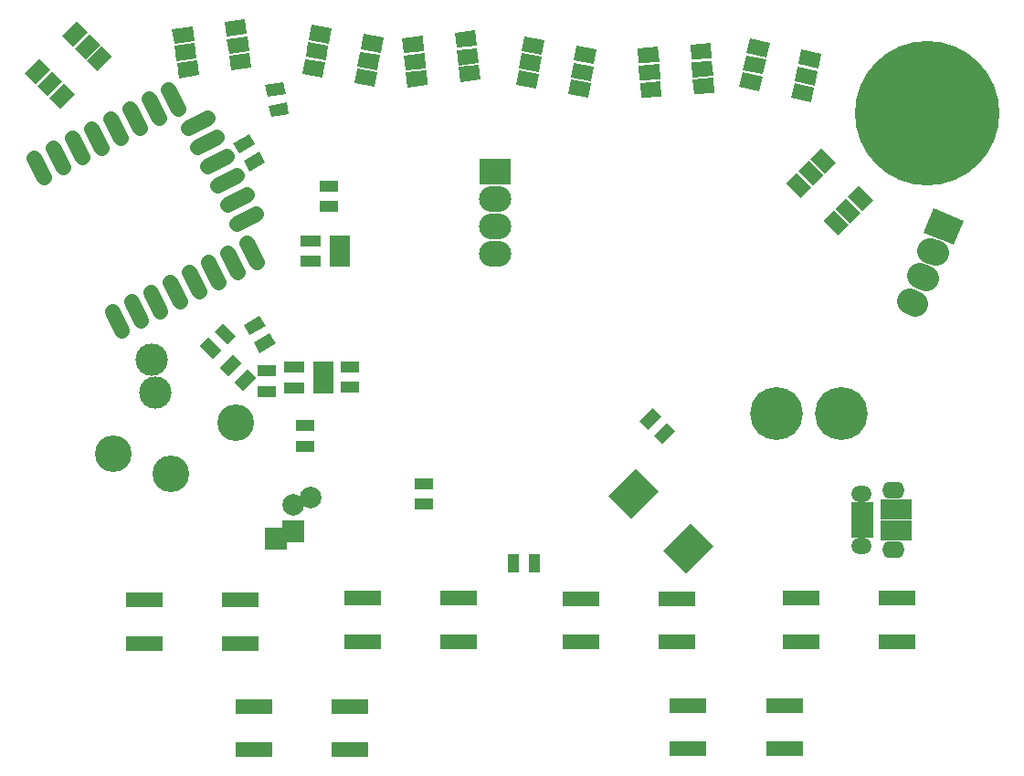
<source format=gts>
G04 #@! TF.FileFunction,Soldermask,Top*
%FSLAX46Y46*%
G04 Gerber Fmt 4.6, Leading zero omitted, Abs format (unit mm)*
G04 Created by KiCad (PCBNEW 4.0.7-e2-6376~58~ubuntu16.04.1) date Tue Mar 27 00:42:42 2018*
%MOMM*%
%LPD*%
G01*
G04 APERTURE LIST*
%ADD10C,0.100000*%
%ADD11R,1.700000X1.100000*%
%ADD12C,1.400000*%
%ADD13C,3.400000*%
%ADD14C,3.000000*%
%ADD15C,2.400000*%
%ADD16R,2.000000X2.000000*%
%ADD17C,2.000000*%
%ADD18R,1.100000X1.700000*%
%ADD19R,1.960000X1.050000*%
%ADD20R,3.500000X1.400000*%
%ADD21C,4.900000*%
%ADD22R,2.050000X0.800000*%
%ADD23O,1.900000X1.500000*%
%ADD24O,2.100000X1.600000*%
%ADD25R,2.900000X1.830000*%
%ADD26C,13.400000*%
%ADD27R,3.000000X2.400000*%
%ADD28O,3.000000X2.400000*%
G04 APERTURE END LIST*
D10*
D11*
X113460000Y-66660000D03*
X113460000Y-64760000D03*
D10*
G36*
X109369619Y-60308300D02*
X110571700Y-61510381D01*
X109793883Y-62288198D01*
X108591802Y-61086117D01*
X109369619Y-60308300D01*
X109369619Y-60308300D01*
G37*
G36*
X108026117Y-61651802D02*
X109228198Y-62853883D01*
X108450381Y-63631700D01*
X107248300Y-62429619D01*
X108026117Y-61651802D01*
X108026117Y-61651802D01*
G37*
G36*
X112411700Y-65389619D02*
X111209619Y-66591700D01*
X110431802Y-65813883D01*
X111633883Y-64611802D01*
X112411700Y-65389619D01*
X112411700Y-65389619D01*
G37*
G36*
X111068198Y-64046117D02*
X109866117Y-65248198D01*
X109088300Y-64470381D01*
X110290381Y-63268300D01*
X111068198Y-64046117D01*
X111068198Y-64046117D01*
G37*
D11*
X121170000Y-64400000D03*
X121170000Y-66300000D03*
D10*
G36*
X113306122Y-45414038D02*
X111833878Y-46264038D01*
X111283878Y-45311410D01*
X112756122Y-44461410D01*
X113306122Y-45414038D01*
X113306122Y-45414038D01*
G37*
G36*
X112356122Y-43768590D02*
X110883878Y-44618590D01*
X110333878Y-43665962D01*
X111806122Y-42815962D01*
X112356122Y-43768590D01*
X112356122Y-43768590D01*
G37*
D11*
X119220000Y-49510000D03*
X119220000Y-47610000D03*
D12*
X100012894Y-61041031D02*
X99104914Y-59259017D01*
X101794907Y-60133050D02*
X100886927Y-58351036D01*
X103576921Y-59225069D02*
X102668941Y-57443055D01*
X105358934Y-58317088D02*
X104450954Y-56535074D01*
X107140947Y-57409107D02*
X106232967Y-55627093D01*
X108922960Y-56501126D02*
X108014980Y-54719112D01*
X110704973Y-55593145D02*
X109796993Y-53811131D01*
X112486986Y-54685164D02*
X111579006Y-52903150D01*
X112453038Y-50213157D02*
X110671024Y-51121137D01*
X111545057Y-48431144D02*
X109763043Y-49339124D01*
X110637076Y-46649131D02*
X108855062Y-47557111D01*
X109729095Y-44867117D02*
X107947081Y-45775097D01*
X108821114Y-43085104D02*
X107039100Y-43993084D01*
X107913133Y-41303091D02*
X106131119Y-42211071D01*
X104315158Y-38647045D02*
X105223138Y-40429059D01*
X102533145Y-39555026D02*
X103441125Y-41337040D01*
X100751132Y-40463007D02*
X101659112Y-42245021D01*
X98969119Y-41370988D02*
X99877099Y-43153002D01*
X97187106Y-42278969D02*
X98095086Y-44060983D01*
X95405093Y-43186950D02*
X96313073Y-44968964D01*
X93623079Y-44094931D02*
X94531059Y-45876945D01*
X91841066Y-45002912D02*
X92749046Y-46784926D01*
D13*
X99198075Y-72451614D03*
D14*
X102756765Y-63778914D03*
X103105933Y-66800186D03*
D13*
X110554260Y-69616643D03*
X104533171Y-74281027D03*
D10*
G36*
X175218752Y-49705469D02*
X178000304Y-50829289D01*
X177101248Y-53054531D01*
X174319696Y-51930711D01*
X175218752Y-49705469D01*
X175218752Y-49705469D01*
G37*
D15*
X175486654Y-53847429D02*
X174930344Y-53622665D01*
X174535154Y-56202476D02*
X173978844Y-55977712D01*
X173583653Y-58557523D02*
X173027343Y-58332759D01*
D16*
X115900000Y-79680000D03*
D17*
X115900000Y-77180000D03*
D16*
X114300000Y-80350937D03*
D17*
X117500000Y-76509063D03*
D10*
G36*
X114276122Y-62254038D02*
X112803878Y-63104038D01*
X112253878Y-62151410D01*
X113726122Y-61301410D01*
X114276122Y-62254038D01*
X114276122Y-62254038D01*
G37*
G36*
X113326122Y-60608590D02*
X111853878Y-61458590D01*
X111303878Y-60505962D01*
X112776122Y-59655962D01*
X113326122Y-60608590D01*
X113326122Y-60608590D01*
G37*
G36*
X115507559Y-40949610D02*
X113833386Y-41244812D01*
X113642373Y-40161524D01*
X115316546Y-39866322D01*
X115507559Y-40949610D01*
X115507559Y-40949610D01*
G37*
G36*
X115177627Y-39078476D02*
X113503454Y-39373678D01*
X113312441Y-38290390D01*
X114986614Y-37995188D01*
X115177627Y-39078476D01*
X115177627Y-39078476D01*
G37*
D18*
X136320000Y-82600000D03*
X138220000Y-82600000D03*
D11*
X116960000Y-69840000D03*
X116960000Y-71740000D03*
X128020000Y-77150000D03*
X128020000Y-75250000D03*
D19*
X118720000Y-66320000D03*
X118720000Y-65370000D03*
X118720000Y-64420000D03*
X116020000Y-64420000D03*
X116020000Y-66320000D03*
X120210000Y-54590000D03*
X120210000Y-53640000D03*
X120210000Y-52690000D03*
X117510000Y-52690000D03*
X117510000Y-54590000D03*
D10*
G36*
X98100559Y-34622233D02*
X99090508Y-35612182D01*
X97747005Y-36955685D01*
X96757056Y-35965736D01*
X98100559Y-34622233D01*
X98100559Y-34622233D01*
G37*
G36*
X97004544Y-33526218D02*
X97994493Y-34516167D01*
X96650990Y-35859670D01*
X95661041Y-34869721D01*
X97004544Y-33526218D01*
X97004544Y-33526218D01*
G37*
G36*
X95837818Y-32359492D02*
X96827767Y-33349441D01*
X95484264Y-34692944D01*
X94494315Y-33702995D01*
X95837818Y-32359492D01*
X95837818Y-32359492D01*
G37*
G36*
X92372995Y-35824315D02*
X93362944Y-36814264D01*
X92019441Y-38157767D01*
X91029492Y-37167818D01*
X92372995Y-35824315D01*
X92372995Y-35824315D01*
G37*
G36*
X93504365Y-36955686D02*
X94494314Y-37945635D01*
X93150811Y-39289138D01*
X92160862Y-38299189D01*
X93504365Y-36955686D01*
X93504365Y-36955686D01*
G37*
G36*
X94635736Y-38087056D02*
X95625685Y-39077005D01*
X94282182Y-40420508D01*
X93292233Y-39430559D01*
X94635736Y-38087056D01*
X94635736Y-38087056D01*
G37*
G36*
X111842167Y-35288053D02*
X112037010Y-36674428D01*
X110155501Y-36938857D01*
X109960658Y-35552482D01*
X111842167Y-35288053D01*
X111842167Y-35288053D01*
G37*
G36*
X111626448Y-33753137D02*
X111821291Y-35139512D01*
X109939782Y-35403941D01*
X109744939Y-34017566D01*
X111626448Y-33753137D01*
X111626448Y-33753137D01*
G37*
G36*
X111396813Y-32119195D02*
X111591656Y-33505570D01*
X109710147Y-33769999D01*
X109515304Y-32383624D01*
X111396813Y-32119195D01*
X111396813Y-32119195D01*
G37*
G36*
X106544499Y-32801143D02*
X106739342Y-34187518D01*
X104857833Y-34451947D01*
X104662990Y-33065572D01*
X106544499Y-32801143D01*
X106544499Y-32801143D01*
G37*
G36*
X106767176Y-34385572D02*
X106962019Y-35771947D01*
X105080510Y-36036376D01*
X104885667Y-34650001D01*
X106767176Y-34385572D01*
X106767176Y-34385572D01*
G37*
G36*
X106989853Y-35970001D02*
X107184696Y-37356376D01*
X105303187Y-37620805D01*
X105108344Y-36234430D01*
X106989853Y-35970001D01*
X106989853Y-35970001D01*
G37*
G36*
X123702063Y-37026730D02*
X123458956Y-38405461D01*
X121587821Y-38075530D01*
X121830928Y-36696799D01*
X123702063Y-37026730D01*
X123702063Y-37026730D01*
G37*
G36*
X123971218Y-35500278D02*
X123728111Y-36879009D01*
X121856976Y-36549078D01*
X122100083Y-35170347D01*
X123971218Y-35500278D01*
X123971218Y-35500278D01*
G37*
G36*
X124257737Y-33875346D02*
X124014630Y-35254077D01*
X122143495Y-34924146D01*
X122386602Y-33545415D01*
X124257737Y-33875346D01*
X124257737Y-33875346D01*
G37*
G36*
X119432179Y-33024470D02*
X119189072Y-34403201D01*
X117317937Y-34073270D01*
X117561044Y-32694539D01*
X119432179Y-33024470D01*
X119432179Y-33024470D01*
G37*
G36*
X119154342Y-34600162D02*
X118911235Y-35978893D01*
X117040100Y-35648962D01*
X117283207Y-34270231D01*
X119154342Y-34600162D01*
X119154342Y-34600162D01*
G37*
G36*
X118876505Y-36175854D02*
X118633398Y-37554585D01*
X116762263Y-37224654D01*
X117005370Y-35845923D01*
X118876505Y-36175854D01*
X118876505Y-36175854D01*
G37*
G36*
X133095450Y-36389673D02*
X133241790Y-37782003D01*
X131352198Y-37980607D01*
X131205858Y-36588277D01*
X133095450Y-36389673D01*
X133095450Y-36389673D01*
G37*
G36*
X132933431Y-34848164D02*
X133079771Y-36240494D01*
X131190179Y-36439098D01*
X131043839Y-35046768D01*
X132933431Y-34848164D01*
X132933431Y-34848164D01*
G37*
G36*
X132760959Y-33207203D02*
X132907299Y-34599533D01*
X131017707Y-34798137D01*
X130871367Y-33405807D01*
X132760959Y-33207203D01*
X132760959Y-33207203D01*
G37*
G36*
X127887802Y-33719393D02*
X128034142Y-35111723D01*
X126144550Y-35310327D01*
X125998210Y-33917997D01*
X127887802Y-33719393D01*
X127887802Y-33719393D01*
G37*
G36*
X128055047Y-35310628D02*
X128201387Y-36702958D01*
X126311795Y-36901562D01*
X126165455Y-35509232D01*
X128055047Y-35310628D01*
X128055047Y-35310628D01*
G37*
G36*
X128222293Y-36901863D02*
X128368633Y-38294193D01*
X126479041Y-38492797D01*
X126332701Y-37100467D01*
X128222293Y-36901863D01*
X128222293Y-36901863D01*
G37*
G36*
X143472063Y-38086730D02*
X143228956Y-39465461D01*
X141357821Y-39135530D01*
X141600928Y-37756799D01*
X143472063Y-38086730D01*
X143472063Y-38086730D01*
G37*
G36*
X143741218Y-36560278D02*
X143498111Y-37939009D01*
X141626976Y-37609078D01*
X141870083Y-36230347D01*
X143741218Y-36560278D01*
X143741218Y-36560278D01*
G37*
G36*
X144027737Y-34935346D02*
X143784630Y-36314077D01*
X141913495Y-35984146D01*
X142156602Y-34605415D01*
X144027737Y-34935346D01*
X144027737Y-34935346D01*
G37*
G36*
X139202179Y-34084470D02*
X138959072Y-35463201D01*
X137087937Y-35133270D01*
X137331044Y-33754539D01*
X139202179Y-34084470D01*
X139202179Y-34084470D01*
G37*
G36*
X138924342Y-35660162D02*
X138681235Y-37038893D01*
X136810100Y-36708962D01*
X137053207Y-35330231D01*
X138924342Y-35660162D01*
X138924342Y-35660162D01*
G37*
G36*
X138646505Y-37235854D02*
X138403398Y-38614585D01*
X136532263Y-38284654D01*
X136775370Y-36905923D01*
X138646505Y-37235854D01*
X138646505Y-37235854D01*
G37*
G36*
X154824498Y-37580636D02*
X154922157Y-38977225D01*
X153026786Y-39109762D01*
X152929127Y-37713173D01*
X154824498Y-37580636D01*
X154824498Y-37580636D01*
G37*
G36*
X154716376Y-36034412D02*
X154814035Y-37431001D01*
X152918664Y-37563538D01*
X152821005Y-36166949D01*
X154716376Y-36034412D01*
X154716376Y-36034412D01*
G37*
G36*
X154601278Y-34388431D02*
X154698937Y-35785020D01*
X152803566Y-35917557D01*
X152705907Y-34520968D01*
X154601278Y-34388431D01*
X154601278Y-34388431D01*
G37*
G36*
X149713214Y-34730238D02*
X149810873Y-36126827D01*
X147915502Y-36259364D01*
X147817843Y-34862775D01*
X149713214Y-34730238D01*
X149713214Y-34730238D01*
G37*
G36*
X149824824Y-36326340D02*
X149922483Y-37722929D01*
X148027112Y-37855466D01*
X147929453Y-36458877D01*
X149824824Y-36326340D01*
X149824824Y-36326340D01*
G37*
G36*
X149936434Y-37922443D02*
X150034093Y-39319032D01*
X148138722Y-39451569D01*
X148041063Y-38054980D01*
X149936434Y-37922443D01*
X149936434Y-37922443D01*
G37*
G36*
X164198581Y-38492233D02*
X163907505Y-39861639D01*
X162049025Y-39466607D01*
X162340101Y-38097201D01*
X164198581Y-38492233D01*
X164198581Y-38492233D01*
G37*
G36*
X164520844Y-36976104D02*
X164229768Y-38345510D01*
X162371288Y-37950478D01*
X162662364Y-36581072D01*
X164520844Y-36976104D01*
X164520844Y-36976104D01*
G37*
G36*
X164863898Y-35362160D02*
X164572822Y-36731566D01*
X162714342Y-36336534D01*
X163005418Y-34967128D01*
X164863898Y-35362160D01*
X164863898Y-35362160D01*
G37*
G36*
X160070975Y-34343393D02*
X159779899Y-35712799D01*
X157921419Y-35317767D01*
X158212495Y-33948361D01*
X160070975Y-34343393D01*
X160070975Y-34343393D01*
G37*
G36*
X159738316Y-35908429D02*
X159447240Y-37277835D01*
X157588760Y-36882803D01*
X157879836Y-35513397D01*
X159738316Y-35908429D01*
X159738316Y-35908429D01*
G37*
G36*
X159405658Y-37473466D02*
X159114582Y-38842872D01*
X157256102Y-38447840D01*
X157547178Y-37078434D01*
X159405658Y-37473466D01*
X159405658Y-37473466D01*
G37*
G36*
X167387767Y-51200559D02*
X166397818Y-52190508D01*
X165054315Y-50847005D01*
X166044264Y-49857056D01*
X167387767Y-51200559D01*
X167387767Y-51200559D01*
G37*
G36*
X168483782Y-50104544D02*
X167493833Y-51094493D01*
X166150330Y-49750990D01*
X167140279Y-48761041D01*
X168483782Y-50104544D01*
X168483782Y-50104544D01*
G37*
G36*
X169650508Y-48937818D02*
X168660559Y-49927767D01*
X167317056Y-48584264D01*
X168307005Y-47594315D01*
X169650508Y-48937818D01*
X169650508Y-48937818D01*
G37*
G36*
X166185685Y-45472995D02*
X165195736Y-46462944D01*
X163852233Y-45119441D01*
X164842182Y-44129492D01*
X166185685Y-45472995D01*
X166185685Y-45472995D01*
G37*
G36*
X165054314Y-46604365D02*
X164064365Y-47594314D01*
X162720862Y-46250811D01*
X163710811Y-45260862D01*
X165054314Y-46604365D01*
X165054314Y-46604365D01*
G37*
G36*
X163922944Y-47735736D02*
X162932995Y-48725685D01*
X161589492Y-47382182D01*
X162579441Y-46392233D01*
X163922944Y-47735736D01*
X163922944Y-47735736D01*
G37*
D20*
X102055000Y-86040000D03*
X102055000Y-90040000D03*
X110965000Y-90040000D03*
X110965000Y-86040000D03*
X112275000Y-95930000D03*
X112275000Y-99930000D03*
X121185000Y-99930000D03*
X121185000Y-95930000D03*
X122335000Y-85870000D03*
X122335000Y-89870000D03*
X131245000Y-89870000D03*
X131245000Y-85870000D03*
X142535000Y-85930000D03*
X142535000Y-89930000D03*
X151445000Y-89930000D03*
X151445000Y-85930000D03*
X162955000Y-85860000D03*
X162955000Y-89860000D03*
X171865000Y-89860000D03*
X171865000Y-85860000D03*
X152515000Y-95840000D03*
X152515000Y-99840000D03*
X161425000Y-99840000D03*
X161425000Y-95840000D03*
D21*
X166700000Y-68700000D03*
X160700000Y-68700000D03*
D22*
X168650000Y-79900000D03*
X168650000Y-79250000D03*
X168650000Y-78600000D03*
X168650000Y-77950000D03*
X168650000Y-77300000D03*
D23*
X168530000Y-81020000D03*
X168530000Y-76180000D03*
D24*
X171530000Y-81330000D03*
X171530000Y-75870000D03*
D25*
X171770000Y-79560000D03*
X171770000Y-77640000D03*
D10*
G36*
X150192132Y-81467716D02*
X152737716Y-78922132D01*
X154859036Y-81043452D01*
X152313452Y-83589036D01*
X150192132Y-81467716D01*
X150192132Y-81467716D01*
G37*
G36*
X145100964Y-76376548D02*
X147646548Y-73830964D01*
X149767868Y-75952284D01*
X147222284Y-78497868D01*
X145100964Y-76376548D01*
X145100964Y-76376548D01*
G37*
G36*
X147998300Y-69450381D02*
X149200381Y-68248300D01*
X149978198Y-69026117D01*
X148776117Y-70228198D01*
X147998300Y-69450381D01*
X147998300Y-69450381D01*
G37*
G36*
X149341802Y-70793883D02*
X150543883Y-69591802D01*
X151321700Y-70369619D01*
X150119619Y-71571700D01*
X149341802Y-70793883D01*
X149341802Y-70793883D01*
G37*
D26*
X174680000Y-40850000D03*
D27*
X134615000Y-46270000D03*
D28*
X134615000Y-48810000D03*
X134615000Y-51350000D03*
X134615000Y-53890000D03*
M02*

</source>
